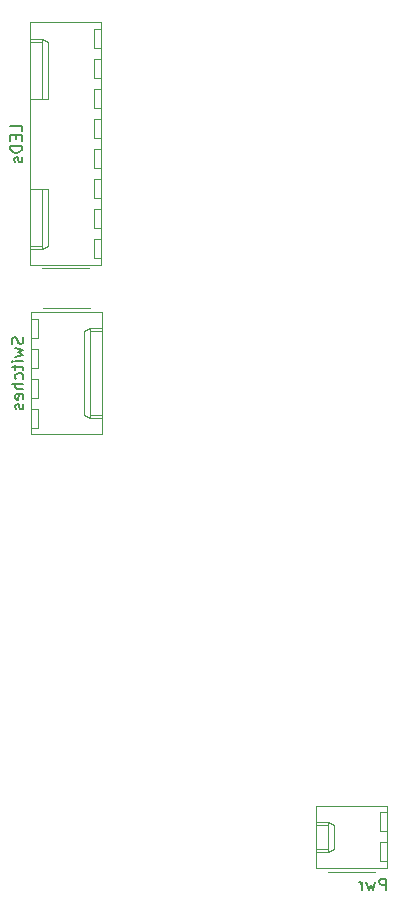
<source format=gbr>
%TF.GenerationSoftware,KiCad,Pcbnew,8.0.5*%
%TF.CreationDate,2024-11-30T13:26:41+01:00*%
%TF.ProjectId,hmi,686d692e-6b69-4636-9164-5f7063625858,rev?*%
%TF.SameCoordinates,Original*%
%TF.FileFunction,Legend,Bot*%
%TF.FilePolarity,Positive*%
%FSLAX46Y46*%
G04 Gerber Fmt 4.6, Leading zero omitted, Abs format (unit mm)*
G04 Created by KiCad (PCBNEW 8.0.5) date 2024-11-30 13:26:41*
%MOMM*%
%LPD*%
G01*
G04 APERTURE LIST*
%ADD10C,0.150000*%
%ADD11C,0.120000*%
G04 APERTURE END LIST*
D10*
X104165237Y-145994819D02*
X104165237Y-144994819D01*
X104165237Y-144994819D02*
X103784285Y-144994819D01*
X103784285Y-144994819D02*
X103689047Y-145042438D01*
X103689047Y-145042438D02*
X103641428Y-145090057D01*
X103641428Y-145090057D02*
X103593809Y-145185295D01*
X103593809Y-145185295D02*
X103593809Y-145328152D01*
X103593809Y-145328152D02*
X103641428Y-145423390D01*
X103641428Y-145423390D02*
X103689047Y-145471009D01*
X103689047Y-145471009D02*
X103784285Y-145518628D01*
X103784285Y-145518628D02*
X104165237Y-145518628D01*
X103260475Y-145328152D02*
X103069999Y-145994819D01*
X103069999Y-145994819D02*
X102879523Y-145518628D01*
X102879523Y-145518628D02*
X102689047Y-145994819D01*
X102689047Y-145994819D02*
X102498571Y-145328152D01*
X102117618Y-145994819D02*
X102117618Y-145328152D01*
X102117618Y-145518628D02*
X102069999Y-145423390D01*
X102069999Y-145423390D02*
X102022380Y-145375771D01*
X102022380Y-145375771D02*
X101927142Y-145328152D01*
X101927142Y-145328152D02*
X101831904Y-145328152D01*
X73354819Y-81722380D02*
X73354819Y-81246190D01*
X73354819Y-81246190D02*
X72354819Y-81246190D01*
X72831009Y-82055714D02*
X72831009Y-82389047D01*
X73354819Y-82531904D02*
X73354819Y-82055714D01*
X73354819Y-82055714D02*
X72354819Y-82055714D01*
X72354819Y-82055714D02*
X72354819Y-82531904D01*
X73354819Y-82960476D02*
X72354819Y-82960476D01*
X72354819Y-82960476D02*
X72354819Y-83198571D01*
X72354819Y-83198571D02*
X72402438Y-83341428D01*
X72402438Y-83341428D02*
X72497676Y-83436666D01*
X72497676Y-83436666D02*
X72592914Y-83484285D01*
X72592914Y-83484285D02*
X72783390Y-83531904D01*
X72783390Y-83531904D02*
X72926247Y-83531904D01*
X72926247Y-83531904D02*
X73116723Y-83484285D01*
X73116723Y-83484285D02*
X73211961Y-83436666D01*
X73211961Y-83436666D02*
X73307200Y-83341428D01*
X73307200Y-83341428D02*
X73354819Y-83198571D01*
X73354819Y-83198571D02*
X73354819Y-82960476D01*
X73307200Y-83912857D02*
X73354819Y-84008095D01*
X73354819Y-84008095D02*
X73354819Y-84198571D01*
X73354819Y-84198571D02*
X73307200Y-84293809D01*
X73307200Y-84293809D02*
X73211961Y-84341428D01*
X73211961Y-84341428D02*
X73164342Y-84341428D01*
X73164342Y-84341428D02*
X73069104Y-84293809D01*
X73069104Y-84293809D02*
X73021485Y-84198571D01*
X73021485Y-84198571D02*
X73021485Y-84055714D01*
X73021485Y-84055714D02*
X72973866Y-83960476D01*
X72973866Y-83960476D02*
X72878628Y-83912857D01*
X72878628Y-83912857D02*
X72831009Y-83912857D01*
X72831009Y-83912857D02*
X72735771Y-83960476D01*
X72735771Y-83960476D02*
X72688152Y-84055714D01*
X72688152Y-84055714D02*
X72688152Y-84198571D01*
X72688152Y-84198571D02*
X72735771Y-84293809D01*
X73407200Y-99152381D02*
X73454819Y-99295238D01*
X73454819Y-99295238D02*
X73454819Y-99533333D01*
X73454819Y-99533333D02*
X73407200Y-99628571D01*
X73407200Y-99628571D02*
X73359580Y-99676190D01*
X73359580Y-99676190D02*
X73264342Y-99723809D01*
X73264342Y-99723809D02*
X73169104Y-99723809D01*
X73169104Y-99723809D02*
X73073866Y-99676190D01*
X73073866Y-99676190D02*
X73026247Y-99628571D01*
X73026247Y-99628571D02*
X72978628Y-99533333D01*
X72978628Y-99533333D02*
X72931009Y-99342857D01*
X72931009Y-99342857D02*
X72883390Y-99247619D01*
X72883390Y-99247619D02*
X72835771Y-99200000D01*
X72835771Y-99200000D02*
X72740533Y-99152381D01*
X72740533Y-99152381D02*
X72645295Y-99152381D01*
X72645295Y-99152381D02*
X72550057Y-99200000D01*
X72550057Y-99200000D02*
X72502438Y-99247619D01*
X72502438Y-99247619D02*
X72454819Y-99342857D01*
X72454819Y-99342857D02*
X72454819Y-99580952D01*
X72454819Y-99580952D02*
X72502438Y-99723809D01*
X72788152Y-100057143D02*
X73454819Y-100247619D01*
X73454819Y-100247619D02*
X72978628Y-100438095D01*
X72978628Y-100438095D02*
X73454819Y-100628571D01*
X73454819Y-100628571D02*
X72788152Y-100819047D01*
X73454819Y-101200000D02*
X72788152Y-101200000D01*
X72454819Y-101200000D02*
X72502438Y-101152381D01*
X72502438Y-101152381D02*
X72550057Y-101200000D01*
X72550057Y-101200000D02*
X72502438Y-101247619D01*
X72502438Y-101247619D02*
X72454819Y-101200000D01*
X72454819Y-101200000D02*
X72550057Y-101200000D01*
X72788152Y-101533333D02*
X72788152Y-101914285D01*
X72454819Y-101676190D02*
X73311961Y-101676190D01*
X73311961Y-101676190D02*
X73407200Y-101723809D01*
X73407200Y-101723809D02*
X73454819Y-101819047D01*
X73454819Y-101819047D02*
X73454819Y-101914285D01*
X73407200Y-102676190D02*
X73454819Y-102580952D01*
X73454819Y-102580952D02*
X73454819Y-102390476D01*
X73454819Y-102390476D02*
X73407200Y-102295238D01*
X73407200Y-102295238D02*
X73359580Y-102247619D01*
X73359580Y-102247619D02*
X73264342Y-102200000D01*
X73264342Y-102200000D02*
X72978628Y-102200000D01*
X72978628Y-102200000D02*
X72883390Y-102247619D01*
X72883390Y-102247619D02*
X72835771Y-102295238D01*
X72835771Y-102295238D02*
X72788152Y-102390476D01*
X72788152Y-102390476D02*
X72788152Y-102580952D01*
X72788152Y-102580952D02*
X72835771Y-102676190D01*
X73454819Y-103104762D02*
X72454819Y-103104762D01*
X73454819Y-103533333D02*
X72931009Y-103533333D01*
X72931009Y-103533333D02*
X72835771Y-103485714D01*
X72835771Y-103485714D02*
X72788152Y-103390476D01*
X72788152Y-103390476D02*
X72788152Y-103247619D01*
X72788152Y-103247619D02*
X72835771Y-103152381D01*
X72835771Y-103152381D02*
X72883390Y-103104762D01*
X73407200Y-104390476D02*
X73454819Y-104295238D01*
X73454819Y-104295238D02*
X73454819Y-104104762D01*
X73454819Y-104104762D02*
X73407200Y-104009524D01*
X73407200Y-104009524D02*
X73311961Y-103961905D01*
X73311961Y-103961905D02*
X72931009Y-103961905D01*
X72931009Y-103961905D02*
X72835771Y-104009524D01*
X72835771Y-104009524D02*
X72788152Y-104104762D01*
X72788152Y-104104762D02*
X72788152Y-104295238D01*
X72788152Y-104295238D02*
X72835771Y-104390476D01*
X72835771Y-104390476D02*
X72931009Y-104438095D01*
X72931009Y-104438095D02*
X73026247Y-104438095D01*
X73026247Y-104438095D02*
X73121485Y-103961905D01*
X73407200Y-104819048D02*
X73454819Y-104914286D01*
X73454819Y-104914286D02*
X73454819Y-105104762D01*
X73454819Y-105104762D02*
X73407200Y-105200000D01*
X73407200Y-105200000D02*
X73311961Y-105247619D01*
X73311961Y-105247619D02*
X73264342Y-105247619D01*
X73264342Y-105247619D02*
X73169104Y-105200000D01*
X73169104Y-105200000D02*
X73121485Y-105104762D01*
X73121485Y-105104762D02*
X73121485Y-104961905D01*
X73121485Y-104961905D02*
X73073866Y-104866667D01*
X73073866Y-104866667D02*
X72978628Y-104819048D01*
X72978628Y-104819048D02*
X72931009Y-104819048D01*
X72931009Y-104819048D02*
X72835771Y-104866667D01*
X72835771Y-104866667D02*
X72788152Y-104961905D01*
X72788152Y-104961905D02*
X72788152Y-105104762D01*
X72788152Y-105104762D02*
X72835771Y-105200000D01*
D11*
%TO.C,Pwr*%
X98260000Y-138820000D02*
X98260000Y-144120000D01*
X98260000Y-140200000D02*
X99260000Y-140200000D01*
X98260000Y-144120000D02*
X104280000Y-144120000D01*
X99250000Y-144410000D02*
X103250000Y-144410000D01*
X99260000Y-140200000D02*
X99260000Y-142740000D01*
X99260000Y-140200000D02*
X99790000Y-140450000D01*
X99260000Y-140450000D02*
X98260000Y-140450000D01*
X99260000Y-142490000D02*
X98260000Y-142490000D01*
X99260000Y-142740000D02*
X98260000Y-142740000D01*
X99790000Y-140450000D02*
X99790000Y-142490000D01*
X99790000Y-142490000D02*
X99260000Y-142740000D01*
X103680000Y-139400000D02*
X103680000Y-141000000D01*
X103680000Y-141000000D02*
X104280000Y-141000000D01*
X103680000Y-141940000D02*
X103680000Y-143540000D01*
X103680000Y-143540000D02*
X104280000Y-143540000D01*
X104280000Y-138820000D02*
X98260000Y-138820000D01*
X104280000Y-139400000D02*
X103680000Y-139400000D01*
X104280000Y-141940000D02*
X103680000Y-141940000D01*
X104280000Y-144120000D02*
X104280000Y-138820000D01*
%TO.C,LEDs*%
X74010000Y-72500000D02*
X74010000Y-93040000D01*
X74010000Y-78960000D02*
X75010000Y-78960000D01*
X74010000Y-86580000D02*
X75010000Y-86580000D01*
X74010000Y-93040000D02*
X80030000Y-93040000D01*
X75000000Y-93330000D02*
X79000000Y-93330000D01*
X75010000Y-73880000D02*
X74010000Y-73880000D01*
X75010000Y-74130000D02*
X74010000Y-74130000D01*
X75010000Y-78960000D02*
X75010000Y-73880000D01*
X75010000Y-78960000D02*
X75540000Y-78960000D01*
X75010000Y-86580000D02*
X75010000Y-91660000D01*
X75010000Y-86580000D02*
X75540000Y-86580000D01*
X75010000Y-91410000D02*
X74010000Y-91410000D01*
X75010000Y-91660000D02*
X74010000Y-91660000D01*
X75540000Y-74130000D02*
X75010000Y-73880000D01*
X75540000Y-78960000D02*
X75540000Y-74130000D01*
X75540000Y-86580000D02*
X75540000Y-91410000D01*
X75540000Y-91410000D02*
X75010000Y-91660000D01*
X79430000Y-73080000D02*
X79430000Y-74680000D01*
X79430000Y-74680000D02*
X80030000Y-74680000D01*
X79430000Y-75620000D02*
X79430000Y-77220000D01*
X79430000Y-77220000D02*
X80030000Y-77220000D01*
X79430000Y-78160000D02*
X79430000Y-79760000D01*
X79430000Y-79760000D02*
X80030000Y-79760000D01*
X79430000Y-80700000D02*
X79430000Y-82300000D01*
X79430000Y-82300000D02*
X80030000Y-82300000D01*
X79430000Y-83240000D02*
X79430000Y-84840000D01*
X79430000Y-84840000D02*
X80030000Y-84840000D01*
X79430000Y-85780000D02*
X79430000Y-87380000D01*
X79430000Y-87380000D02*
X80030000Y-87380000D01*
X79430000Y-88320000D02*
X79430000Y-89920000D01*
X79430000Y-89920000D02*
X80030000Y-89920000D01*
X79430000Y-90860000D02*
X79430000Y-92460000D01*
X79430000Y-92460000D02*
X80030000Y-92460000D01*
X80030000Y-72500000D02*
X74010000Y-72500000D01*
X80030000Y-73080000D02*
X79430000Y-73080000D01*
X80030000Y-75620000D02*
X79430000Y-75620000D01*
X80030000Y-78160000D02*
X79430000Y-78160000D01*
X80030000Y-80700000D02*
X79430000Y-80700000D01*
X80030000Y-83240000D02*
X79430000Y-83240000D01*
X80030000Y-85780000D02*
X79430000Y-85780000D01*
X80030000Y-88320000D02*
X79430000Y-88320000D01*
X80030000Y-90860000D02*
X79430000Y-90860000D01*
X80030000Y-93040000D02*
X80030000Y-72500000D01*
%TO.C,Switches*%
X74090000Y-97010000D02*
X74090000Y-107390000D01*
X74090000Y-99190000D02*
X74690000Y-99190000D01*
X74090000Y-101730000D02*
X74690000Y-101730000D01*
X74090000Y-104270000D02*
X74690000Y-104270000D01*
X74090000Y-106810000D02*
X74690000Y-106810000D01*
X74090000Y-107390000D02*
X80110000Y-107390000D01*
X74690000Y-97590000D02*
X74090000Y-97590000D01*
X74690000Y-99190000D02*
X74690000Y-97590000D01*
X74690000Y-100130000D02*
X74090000Y-100130000D01*
X74690000Y-101730000D02*
X74690000Y-100130000D01*
X74690000Y-102670000D02*
X74090000Y-102670000D01*
X74690000Y-104270000D02*
X74690000Y-102670000D01*
X74690000Y-105210000D02*
X74090000Y-105210000D01*
X74690000Y-106810000D02*
X74690000Y-105210000D01*
X78580000Y-98640000D02*
X79110000Y-98390000D01*
X78580000Y-105760000D02*
X78580000Y-98640000D01*
X79110000Y-98390000D02*
X80110000Y-98390000D01*
X79110000Y-98640000D02*
X80110000Y-98640000D01*
X79110000Y-105760000D02*
X80110000Y-105760000D01*
X79110000Y-106010000D02*
X78580000Y-105760000D01*
X79110000Y-106010000D02*
X79110000Y-98390000D01*
X79120000Y-96720000D02*
X75120000Y-96720000D01*
X80110000Y-97010000D02*
X74090000Y-97010000D01*
X80110000Y-106010000D02*
X79110000Y-106010000D01*
X80110000Y-107390000D02*
X80110000Y-97010000D01*
%TD*%
M02*

</source>
